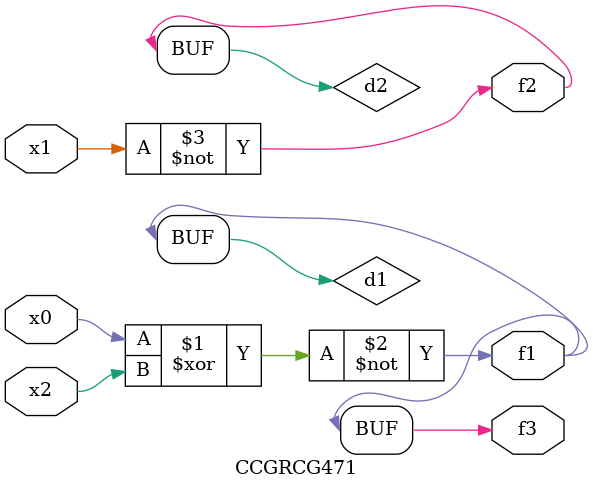
<source format=v>
module CCGRCG471(
	input x0, x1, x2,
	output f1, f2, f3
);

	wire d1, d2, d3;

	xnor (d1, x0, x2);
	nand (d2, x1);
	nor (d3, x1, x2);
	assign f1 = d1;
	assign f2 = d2;
	assign f3 = d1;
endmodule

</source>
